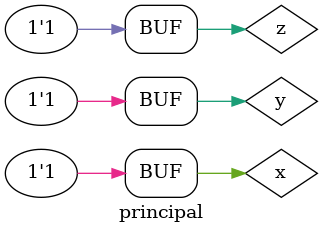
<source format=v>
module f (output s,
 input x, input y, input z);
// definir dado local
 wire not_y;
 wire not_z;
 wire s1;
 wire s2;
// descrever por portas
 not NOT1 (not_y, y);
 not NOT2 (not_z, z);
 and AND1 (s1, x, not_y);
 and AND2 (s2, x, not_z);
 or OR1 (s, s1, s2);
endmodule // f


module tt (output s,
 input x,
 input y,
 input z);
// descrever por expressao
 assign s = (x & ~y) | (x & ~z);
endmodule // tt

module principal;
// ------------------------- definir dados
 reg x;
 reg y;
 reg z;
 wire a, b;
 f moduloA (a, x, y, z);
 tt moduloB (b, x, y, z);
// ------------------------- parte principal
 initial
 begin : main
 $display("   x    y    z    a    b");
 // projetar testes do modulo
 $monitor("%4b %4b %4b %4b %4b", x, y, z, a, b);
 x = 1'b0; y = 1'b0; z = 1'b0;

 #1 x = 1'b0; y = 1'b0; z = 1'b0;
 #1 x = 1'b0; y = 1'b0; z = 1'b1;
 #1 x = 1'b0; y = 1'b1; z = 1'b0;
 #1 x = 1'b0; y = 1'b1; z = 1'b1;
 #1 x = 1'b1; y = 1'b0; z = 1'b0;
 #1 x = 1'b1; y = 1'b0; z = 1'b1;
 #1 x = 1'b1; y = 1'b1; z = 1'b0;
 #1 x = 1'b1; y = 1'b1; z = 1'b1;
 end
endmodule 
</source>
